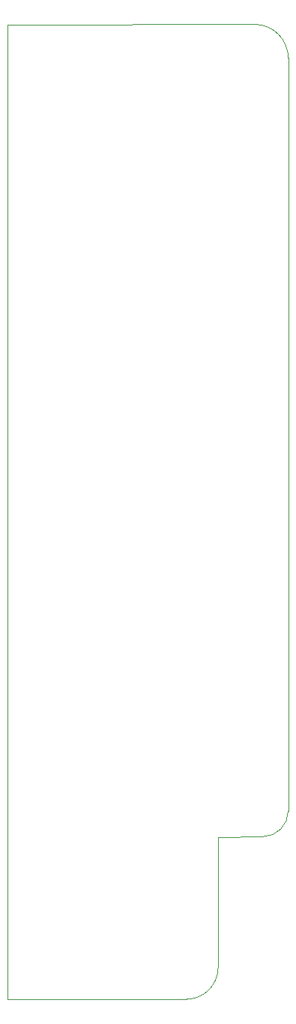
<source format=gbr>
%TF.GenerationSoftware,KiCad,Pcbnew,9.0.0*%
%TF.CreationDate,2025-04-05T19:06:25+02:00*%
%TF.ProjectId,tiliqua-motherboard,74696c69-7175-4612-9d6d-6f7468657262,rev?*%
%TF.SameCoordinates,Original*%
%TF.FileFunction,Profile,NP*%
%FSLAX46Y46*%
G04 Gerber Fmt 4.6, Leading zero omitted, Abs format (unit mm)*
G04 Created by KiCad (PCBNEW 9.0.0) date 2025-04-05 19:06:25*
%MOMM*%
%LPD*%
G01*
G04 APERTURE LIST*
%TA.AperFunction,Profile*%
%ADD10C,0.100000*%
%TD*%
%TA.AperFunction,Profile*%
%ADD11C,0.050000*%
%TD*%
G04 APERTURE END LIST*
D10*
X23732000Y-91702800D02*
X28731999Y-91684563D01*
X20162000Y-110004800D02*
X-68000Y-110008800D01*
X27847764Y10000D02*
G75*
G02*
X31657760Y-3800000I-4J-3810000D01*
G01*
X23732000Y-91702800D02*
X23732000Y-106434800D01*
X23732000Y-106434800D02*
G75*
G02*
X20162000Y-110004800I-3570000J0D01*
G01*
X31657763Y-88758799D02*
G75*
G02*
X28731999Y-91684563I-2925763J-1D01*
G01*
D11*
X27847764Y10000D02*
X-68000Y-8800D01*
D10*
X31657764Y-3800000D02*
X31657763Y-88758799D01*
X-68000Y-8800D02*
X-68000Y-110008800D01*
M02*

</source>
